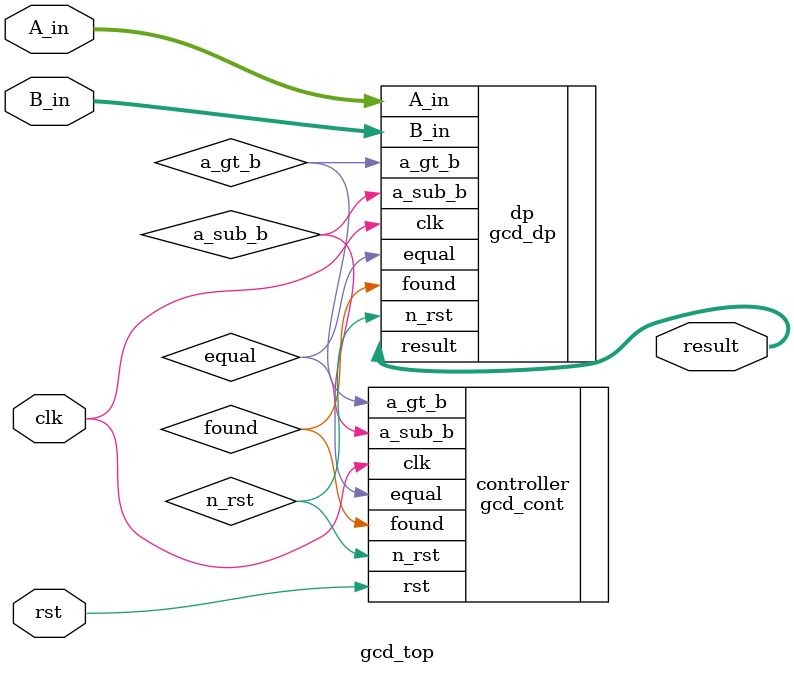
<source format=v>
module gcd_top #(parameter NUM_WIDTH = 16)(
    input clk , rst ,
    input [NUM_WIDTH-1 : 0] A_in , B_in ,
    output [NUM_WIDTH-1 : 0] result
);

wire a_sub_b , n_rst , found , equal , a_gt_b;

gcd_cont controller (
    .clk(clk) , 
    .rst(rst), 
    .equal(equal) , 
    .a_gt_b(a_gt_b), 
    .a_sub_b(a_sub_b) , 
    .n_rst(n_rst) , 
    .found(found)
);

gcd_dp dp (
    .clk(clk) ,  
    .equal(equal) , 
    .a_gt_b(a_gt_b), 
    .a_sub_b(a_sub_b) , 
    .n_rst(n_rst) , 
    .found(found),
    .A_in(A_in) , 
    .B_in(B_in),
    .result(result)
);

endmodule //gcd_top
</source>
